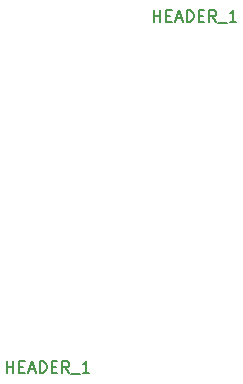
<source format=gbr>
G04 #@! TF.GenerationSoftware,KiCad,Pcbnew,(5.1.0)-1*
G04 #@! TF.CreationDate,2021-10-08T02:53:16-05:00*
G04 #@! TF.ProjectId,nixie_legacy-digit,6e697869-655f-46c6-9567-6163792d6469,rev?*
G04 #@! TF.SameCoordinates,Original*
G04 #@! TF.FileFunction,Other,Fab,Top*
%FSLAX46Y46*%
G04 Gerber Fmt 4.6, Leading zero omitted, Abs format (unit mm)*
G04 Created by KiCad (PCBNEW (5.1.0)-1) date 2021-10-08 02:53:16*
%MOMM*%
%LPD*%
G04 APERTURE LIST*
%ADD10C,0.150000*%
G04 APERTURE END LIST*
D10*
X78057809Y-121356380D02*
X78057809Y-120356380D01*
X78057809Y-120832571D02*
X78629238Y-120832571D01*
X78629238Y-121356380D02*
X78629238Y-120356380D01*
X79105428Y-120832571D02*
X79438761Y-120832571D01*
X79581619Y-121356380D02*
X79105428Y-121356380D01*
X79105428Y-120356380D01*
X79581619Y-120356380D01*
X79962571Y-121070666D02*
X80438761Y-121070666D01*
X79867333Y-121356380D02*
X80200666Y-120356380D01*
X80534000Y-121356380D01*
X80867333Y-121356380D02*
X80867333Y-120356380D01*
X81105428Y-120356380D01*
X81248285Y-120404000D01*
X81343523Y-120499238D01*
X81391142Y-120594476D01*
X81438761Y-120784952D01*
X81438761Y-120927809D01*
X81391142Y-121118285D01*
X81343523Y-121213523D01*
X81248285Y-121308761D01*
X81105428Y-121356380D01*
X80867333Y-121356380D01*
X81867333Y-120832571D02*
X82200666Y-120832571D01*
X82343523Y-121356380D02*
X81867333Y-121356380D01*
X81867333Y-120356380D01*
X82343523Y-120356380D01*
X83343523Y-121356380D02*
X83010190Y-120880190D01*
X82772095Y-121356380D02*
X82772095Y-120356380D01*
X83153047Y-120356380D01*
X83248285Y-120404000D01*
X83295904Y-120451619D01*
X83343523Y-120546857D01*
X83343523Y-120689714D01*
X83295904Y-120784952D01*
X83248285Y-120832571D01*
X83153047Y-120880190D01*
X82772095Y-120880190D01*
X83534000Y-121451619D02*
X84295904Y-121451619D01*
X85057809Y-121356380D02*
X84486380Y-121356380D01*
X84772095Y-121356380D02*
X84772095Y-120356380D01*
X84676857Y-120499238D01*
X84581619Y-120594476D01*
X84486380Y-120642095D01*
X90503809Y-91638380D02*
X90503809Y-90638380D01*
X90503809Y-91114571D02*
X91075238Y-91114571D01*
X91075238Y-91638380D02*
X91075238Y-90638380D01*
X91551428Y-91114571D02*
X91884761Y-91114571D01*
X92027619Y-91638380D02*
X91551428Y-91638380D01*
X91551428Y-90638380D01*
X92027619Y-90638380D01*
X92408571Y-91352666D02*
X92884761Y-91352666D01*
X92313333Y-91638380D02*
X92646666Y-90638380D01*
X92980000Y-91638380D01*
X93313333Y-91638380D02*
X93313333Y-90638380D01*
X93551428Y-90638380D01*
X93694285Y-90686000D01*
X93789523Y-90781238D01*
X93837142Y-90876476D01*
X93884761Y-91066952D01*
X93884761Y-91209809D01*
X93837142Y-91400285D01*
X93789523Y-91495523D01*
X93694285Y-91590761D01*
X93551428Y-91638380D01*
X93313333Y-91638380D01*
X94313333Y-91114571D02*
X94646666Y-91114571D01*
X94789523Y-91638380D02*
X94313333Y-91638380D01*
X94313333Y-90638380D01*
X94789523Y-90638380D01*
X95789523Y-91638380D02*
X95456190Y-91162190D01*
X95218095Y-91638380D02*
X95218095Y-90638380D01*
X95599047Y-90638380D01*
X95694285Y-90686000D01*
X95741904Y-90733619D01*
X95789523Y-90828857D01*
X95789523Y-90971714D01*
X95741904Y-91066952D01*
X95694285Y-91114571D01*
X95599047Y-91162190D01*
X95218095Y-91162190D01*
X95980000Y-91733619D02*
X96741904Y-91733619D01*
X97503809Y-91638380D02*
X96932380Y-91638380D01*
X97218095Y-91638380D02*
X97218095Y-90638380D01*
X97122857Y-90781238D01*
X97027619Y-90876476D01*
X96932380Y-90924095D01*
M02*

</source>
